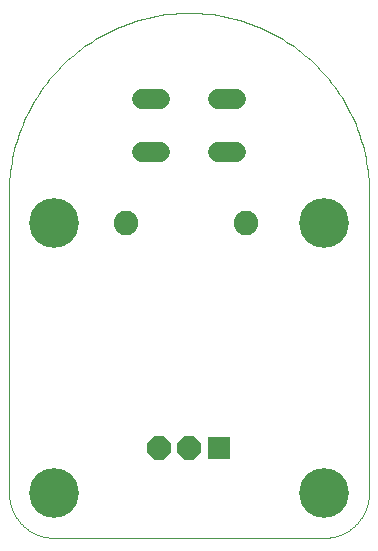
<source format=gts>
G75*
%MOIN*%
%OFA0B0*%
%FSLAX25Y25*%
%IPPOS*%
%LPD*%
%AMOC8*
5,1,8,0,0,1.08239X$1,22.5*
%
%ADD10C,0.06800*%
%ADD11C,0.08200*%
%ADD12C,0.16611*%
%ADD13C,0.00000*%
%ADD14OC8,0.07800*%
%ADD15R,0.07800X0.07800*%
D10*
X0045700Y0130100D02*
X0051700Y0130100D01*
X0051700Y0147900D02*
X0045700Y0147900D01*
X0071300Y0147900D02*
X0077300Y0147900D01*
X0077300Y0130100D02*
X0071300Y0130100D01*
D11*
X0080500Y0106500D03*
X0040500Y0106500D03*
D12*
X0016500Y0106500D03*
X0016500Y0016500D03*
X0106500Y0016500D03*
X0106500Y0106500D03*
D13*
X0001500Y0116500D02*
X0001500Y0016500D01*
X0001504Y0016138D01*
X0001518Y0015775D01*
X0001539Y0015413D01*
X0001570Y0015052D01*
X0001609Y0014692D01*
X0001657Y0014333D01*
X0001714Y0013975D01*
X0001779Y0013618D01*
X0001853Y0013263D01*
X0001936Y0012910D01*
X0002027Y0012559D01*
X0002126Y0012211D01*
X0002234Y0011865D01*
X0002350Y0011521D01*
X0002475Y0011181D01*
X0002607Y0010844D01*
X0002748Y0010510D01*
X0002897Y0010179D01*
X0003054Y0009852D01*
X0003218Y0009529D01*
X0003390Y0009210D01*
X0003570Y0008896D01*
X0003758Y0008585D01*
X0003953Y0008280D01*
X0004155Y0007979D01*
X0004365Y0007683D01*
X0004581Y0007393D01*
X0004805Y0007107D01*
X0005035Y0006827D01*
X0005272Y0006553D01*
X0005516Y0006285D01*
X0005766Y0006022D01*
X0006022Y0005766D01*
X0006285Y0005516D01*
X0006553Y0005272D01*
X0006827Y0005035D01*
X0007107Y0004805D01*
X0007393Y0004581D01*
X0007683Y0004365D01*
X0007979Y0004155D01*
X0008280Y0003953D01*
X0008585Y0003758D01*
X0008896Y0003570D01*
X0009210Y0003390D01*
X0009529Y0003218D01*
X0009852Y0003054D01*
X0010179Y0002897D01*
X0010510Y0002748D01*
X0010844Y0002607D01*
X0011181Y0002475D01*
X0011521Y0002350D01*
X0011865Y0002234D01*
X0012211Y0002126D01*
X0012559Y0002027D01*
X0012910Y0001936D01*
X0013263Y0001853D01*
X0013618Y0001779D01*
X0013975Y0001714D01*
X0014333Y0001657D01*
X0014692Y0001609D01*
X0015052Y0001570D01*
X0015413Y0001539D01*
X0015775Y0001518D01*
X0016138Y0001504D01*
X0016500Y0001500D01*
X0106500Y0001500D01*
X0106862Y0001504D01*
X0107225Y0001518D01*
X0107587Y0001539D01*
X0107948Y0001570D01*
X0108308Y0001609D01*
X0108667Y0001657D01*
X0109025Y0001714D01*
X0109382Y0001779D01*
X0109737Y0001853D01*
X0110090Y0001936D01*
X0110441Y0002027D01*
X0110789Y0002126D01*
X0111135Y0002234D01*
X0111479Y0002350D01*
X0111819Y0002475D01*
X0112156Y0002607D01*
X0112490Y0002748D01*
X0112821Y0002897D01*
X0113148Y0003054D01*
X0113471Y0003218D01*
X0113790Y0003390D01*
X0114104Y0003570D01*
X0114415Y0003758D01*
X0114720Y0003953D01*
X0115021Y0004155D01*
X0115317Y0004365D01*
X0115607Y0004581D01*
X0115893Y0004805D01*
X0116173Y0005035D01*
X0116447Y0005272D01*
X0116715Y0005516D01*
X0116978Y0005766D01*
X0117234Y0006022D01*
X0117484Y0006285D01*
X0117728Y0006553D01*
X0117965Y0006827D01*
X0118195Y0007107D01*
X0118419Y0007393D01*
X0118635Y0007683D01*
X0118845Y0007979D01*
X0119047Y0008280D01*
X0119242Y0008585D01*
X0119430Y0008896D01*
X0119610Y0009210D01*
X0119782Y0009529D01*
X0119946Y0009852D01*
X0120103Y0010179D01*
X0120252Y0010510D01*
X0120393Y0010844D01*
X0120525Y0011181D01*
X0120650Y0011521D01*
X0120766Y0011865D01*
X0120874Y0012211D01*
X0120973Y0012559D01*
X0121064Y0012910D01*
X0121147Y0013263D01*
X0121221Y0013618D01*
X0121286Y0013975D01*
X0121343Y0014333D01*
X0121391Y0014692D01*
X0121430Y0015052D01*
X0121461Y0015413D01*
X0121482Y0015775D01*
X0121496Y0016138D01*
X0121500Y0016500D01*
X0121500Y0116500D01*
X0121482Y0117961D01*
X0121429Y0119421D01*
X0121340Y0120880D01*
X0121216Y0122336D01*
X0121056Y0123788D01*
X0120861Y0125236D01*
X0120630Y0126679D01*
X0120365Y0128116D01*
X0120065Y0129546D01*
X0119730Y0130968D01*
X0119360Y0132382D01*
X0118956Y0133786D01*
X0118518Y0135180D01*
X0118046Y0136563D01*
X0117541Y0137934D01*
X0117002Y0139292D01*
X0116431Y0140637D01*
X0115827Y0141967D01*
X0115191Y0143283D01*
X0114523Y0144582D01*
X0113823Y0145865D01*
X0113092Y0147130D01*
X0112331Y0148378D01*
X0111540Y0149606D01*
X0110719Y0150815D01*
X0109869Y0152003D01*
X0108990Y0153170D01*
X0108083Y0154316D01*
X0107148Y0155439D01*
X0106186Y0156539D01*
X0105198Y0157615D01*
X0104184Y0158667D01*
X0103144Y0159694D01*
X0102080Y0160695D01*
X0100992Y0161671D01*
X0099880Y0162619D01*
X0098746Y0163540D01*
X0097589Y0164433D01*
X0096412Y0165297D01*
X0095213Y0166133D01*
X0093994Y0166939D01*
X0092756Y0167716D01*
X0091500Y0168462D01*
X0090226Y0169177D01*
X0088935Y0169861D01*
X0087627Y0170513D01*
X0086304Y0171133D01*
X0084966Y0171721D01*
X0083615Y0172276D01*
X0082250Y0172798D01*
X0080873Y0173286D01*
X0079484Y0173741D01*
X0078085Y0174162D01*
X0076676Y0174549D01*
X0075258Y0174901D01*
X0073832Y0175219D01*
X0072398Y0175502D01*
X0070958Y0175750D01*
X0069513Y0175963D01*
X0068062Y0176140D01*
X0066608Y0176282D01*
X0065151Y0176389D01*
X0063691Y0176460D01*
X0062231Y0176496D01*
X0060769Y0176496D01*
X0059309Y0176460D01*
X0057849Y0176389D01*
X0056392Y0176282D01*
X0054938Y0176140D01*
X0053487Y0175963D01*
X0052042Y0175750D01*
X0050602Y0175502D01*
X0049168Y0175219D01*
X0047742Y0174901D01*
X0046324Y0174549D01*
X0044915Y0174162D01*
X0043516Y0173741D01*
X0042127Y0173286D01*
X0040750Y0172798D01*
X0039385Y0172276D01*
X0038034Y0171721D01*
X0036696Y0171133D01*
X0035373Y0170513D01*
X0034065Y0169861D01*
X0032774Y0169177D01*
X0031500Y0168462D01*
X0030244Y0167716D01*
X0029006Y0166939D01*
X0027787Y0166133D01*
X0026588Y0165297D01*
X0025411Y0164433D01*
X0024254Y0163540D01*
X0023120Y0162619D01*
X0022008Y0161671D01*
X0020920Y0160695D01*
X0019856Y0159694D01*
X0018816Y0158667D01*
X0017802Y0157615D01*
X0016814Y0156539D01*
X0015852Y0155439D01*
X0014917Y0154316D01*
X0014010Y0153170D01*
X0013131Y0152003D01*
X0012281Y0150815D01*
X0011460Y0149606D01*
X0010669Y0148378D01*
X0009908Y0147130D01*
X0009177Y0145865D01*
X0008477Y0144582D01*
X0007809Y0143283D01*
X0007173Y0141967D01*
X0006569Y0140637D01*
X0005998Y0139292D01*
X0005459Y0137934D01*
X0004954Y0136563D01*
X0004482Y0135180D01*
X0004044Y0133786D01*
X0003640Y0132382D01*
X0003270Y0130968D01*
X0002935Y0129546D01*
X0002635Y0128116D01*
X0002370Y0126679D01*
X0002139Y0125236D01*
X0001944Y0123788D01*
X0001784Y0122336D01*
X0001660Y0120880D01*
X0001571Y0119421D01*
X0001518Y0117961D01*
X0001500Y0116500D01*
D14*
X0051500Y0031500D03*
X0061500Y0031500D03*
D15*
X0071500Y0031500D03*
M02*

</source>
